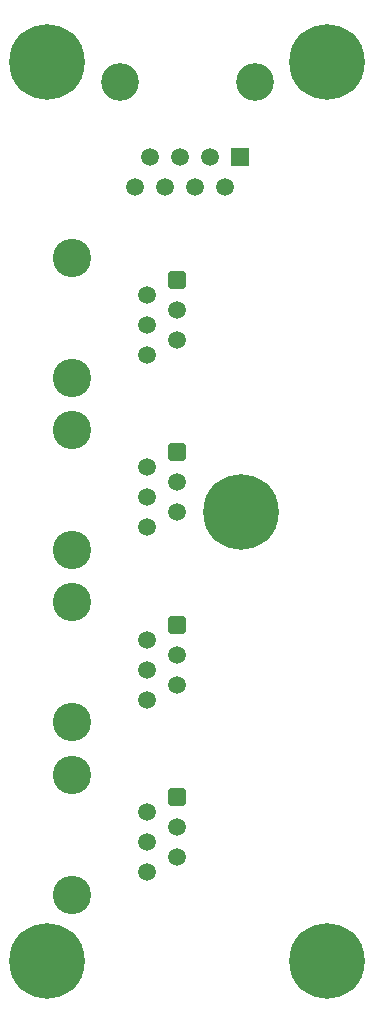
<source format=gbr>
G04 #@! TF.GenerationSoftware,KiCad,Pcbnew,8.0.3*
G04 #@! TF.CreationDate,2024-07-07T19:52:19-07:00*
G04 #@! TF.ProjectId,T568A_to_RJ11_adapter,54353638-415f-4746-9f5f-524a31315f61,1*
G04 #@! TF.SameCoordinates,Original*
G04 #@! TF.FileFunction,Soldermask,Top*
G04 #@! TF.FilePolarity,Negative*
%FSLAX46Y46*%
G04 Gerber Fmt 4.6, Leading zero omitted, Abs format (unit mm)*
G04 Created by KiCad (PCBNEW 8.0.3) date 2024-07-07 19:52:19*
%MOMM*%
%LPD*%
G01*
G04 APERTURE LIST*
G04 Aperture macros list*
%AMRoundRect*
0 Rectangle with rounded corners*
0 $1 Rounding radius*
0 $2 $3 $4 $5 $6 $7 $8 $9 X,Y pos of 4 corners*
0 Add a 4 corners polygon primitive as box body*
4,1,4,$2,$3,$4,$5,$6,$7,$8,$9,$2,$3,0*
0 Add four circle primitives for the rounded corners*
1,1,$1+$1,$2,$3*
1,1,$1+$1,$4,$5*
1,1,$1+$1,$6,$7*
1,1,$1+$1,$8,$9*
0 Add four rect primitives between the rounded corners*
20,1,$1+$1,$2,$3,$4,$5,0*
20,1,$1+$1,$4,$5,$6,$7,0*
20,1,$1+$1,$6,$7,$8,$9,0*
20,1,$1+$1,$8,$9,$2,$3,0*%
G04 Aperture macros list end*
%ADD10C,3.250000*%
%ADD11RoundRect,0.250000X-0.510000X0.510000X-0.510000X-0.510000X0.510000X-0.510000X0.510000X0.510000X0*%
%ADD12C,1.520000*%
%ADD13C,6.400000*%
%ADD14C,3.200000*%
%ADD15R,1.500000X1.500000*%
%ADD16C,1.500000*%
G04 APERTURE END LIST*
D10*
X89220000Y-103833000D03*
X89220000Y-113993000D03*
D11*
X98110000Y-105733000D03*
D12*
X95570000Y-107003000D03*
X98110000Y-108273000D03*
X95570000Y-109543000D03*
X98110000Y-110813000D03*
X95570000Y-112083000D03*
D10*
X89220000Y-118438000D03*
X89220000Y-128598000D03*
D11*
X98110000Y-120338000D03*
D12*
X95570000Y-121608000D03*
X98110000Y-122878000D03*
X95570000Y-124148000D03*
X98110000Y-125418000D03*
X95570000Y-126688000D03*
D13*
X110787000Y-58113000D03*
X87038000Y-134186000D03*
X110787000Y-134186000D03*
D10*
X89220000Y-74647000D03*
X89220000Y-84807000D03*
D11*
X98110000Y-76547000D03*
D12*
X95570000Y-77817000D03*
X98110000Y-79087000D03*
X95570000Y-80357000D03*
X98110000Y-81627000D03*
X95570000Y-82897000D03*
D10*
X89220000Y-89228000D03*
X89220000Y-99388000D03*
D11*
X98110000Y-91128000D03*
D12*
X95570000Y-92398000D03*
X98110000Y-93668000D03*
X95570000Y-94938000D03*
X98110000Y-96208000D03*
X95570000Y-97478000D03*
D14*
X104655500Y-59784000D03*
X93225500Y-59784000D03*
D15*
X103385500Y-66134000D03*
D16*
X102115500Y-68674000D03*
X100845500Y-66134000D03*
X99575500Y-68674000D03*
X98305500Y-66134000D03*
X97035500Y-68674000D03*
X95765500Y-66134000D03*
X94495500Y-68674000D03*
D13*
X103500000Y-96149500D03*
X87038000Y-58113000D03*
M02*

</source>
